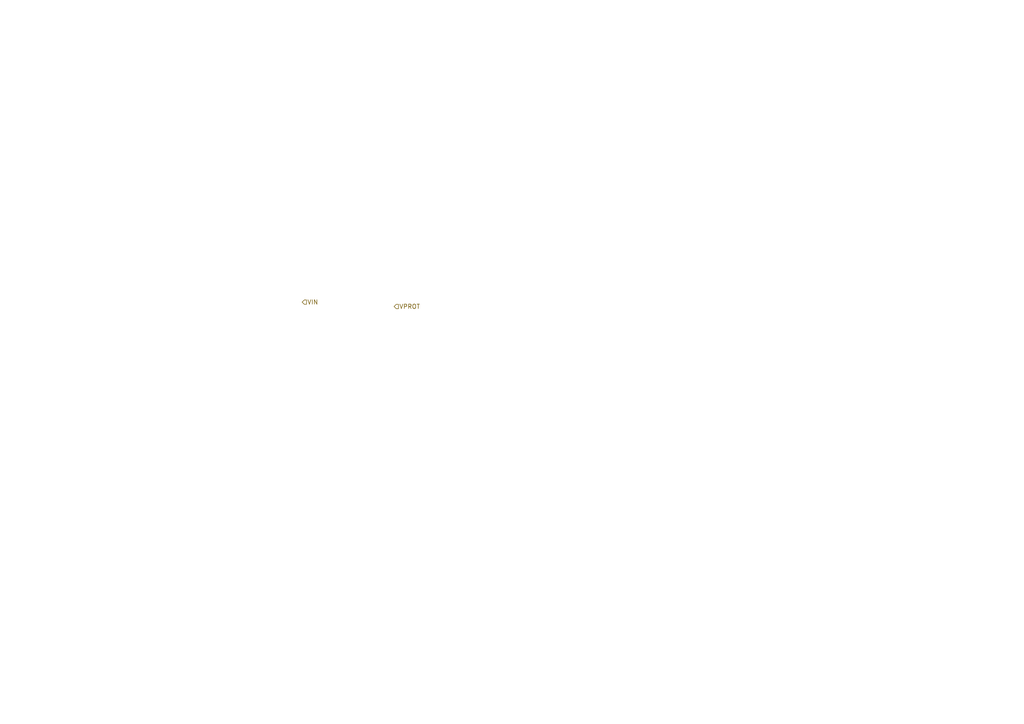
<source format=kicad_sch>
(kicad_sch
	(version 20250114)
	(generator "eeschema")
	(generator_version "9.0")
	(uuid "7ad8fdfe-d501-4a82-a8cd-99c086a49e67")
	(paper "A4")
	(title_block
		(title "UPS Lead Acid")
		(date "2025-06-05")
		(rev "1.0")
		(company "Electgpl")
	)
	(lib_symbols)
	(hierarchical_label "VIN"
		(shape input)
		(at 87.63 87.63 0)
		(effects
			(font
				(size 1.27 1.27)
			)
			(justify left)
		)
		(uuid "4ffaa150-f8ef-4d25-8176-e2e3a6aca585")
	)
	(hierarchical_label "VPROT"
		(shape input)
		(at 114.3 88.9 0)
		(effects
			(font
				(size 1.27 1.27)
			)
			(justify left)
		)
		(uuid "ecd5cfdb-f5ad-4c00-a231-88450eee0d8d")
	)
)

</source>
